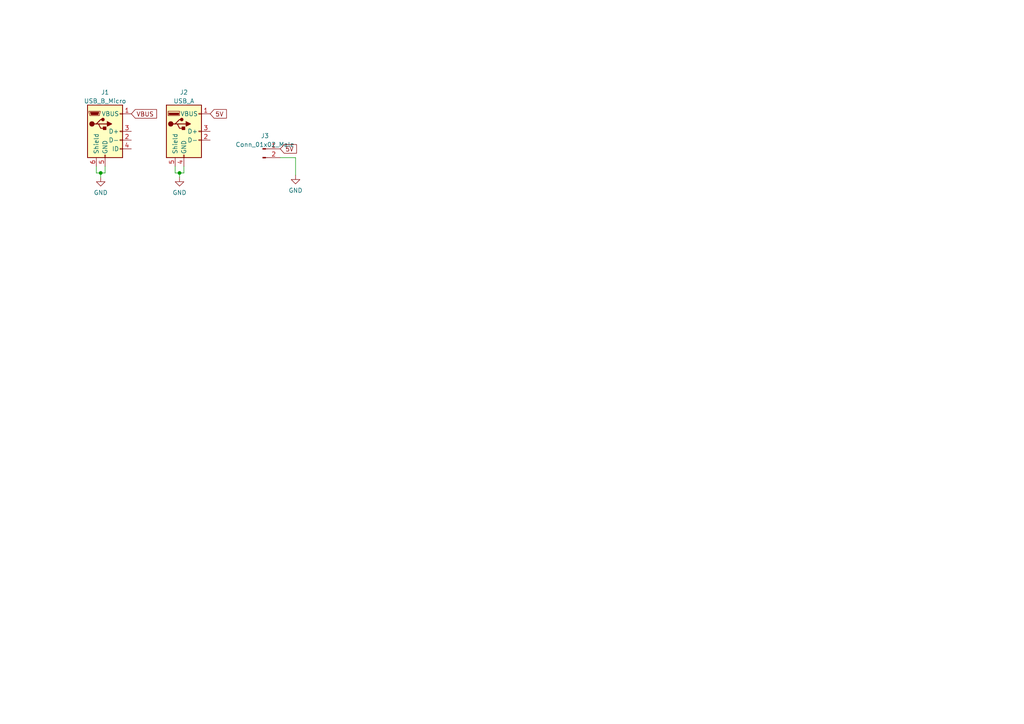
<source format=kicad_sch>
(kicad_sch (version 20211123) (generator eeschema)
  (paper "A4")
  (lib_symbols
    (symbol "Connector:Conn_01x02_Male" (pin_names (offset 1.016) hide)
      (property "Reference" "J" (at 0 2.54 0))
      (property "Value" "Conn_01x02_Male" (at 0 -5.08 0))
      (symbol "Conn_01x02_Male_1_1"
        (polyline (pts (xy 1.27 -2.54) (xy 0.8636 -2.54)) (stroke (width 0.1524)))
        (polyline (pts (xy 1.27 0) (xy 0.8636 0)) (stroke (width 0.1524)))
        (rectangle (start 0.8636 -2.413) (end 0 -2.667) (stroke (width 0.1524)) (fill (type outline)))
        (rectangle (start 0.8636 0.127) (end 0 -0.127) (stroke (width 0.1524)) (fill (type outline)))
        (pin passive line (at 5.08 0 180) (length 3.81) (name "Pin_1") (number "1"))
        (pin passive line (at 5.08 -2.54 180) (length 3.81) (name "Pin_2") (number "2"))
      )
    )
    (symbol "Connector:USB_A" (pin_names (offset 1.016))
      (property "Reference" "J" (at -5.08 11.43 0))
      (property "Value" "USB_A" (at -5.08 8.89 0))
      (symbol "USB_A_0_1"
        (rectangle (start -5.08 -7.62) (end 5.08 7.62) (stroke (width 0.254)) (fill (type background)))
        (circle (center -3.81 2.159) (radius 0.635) (stroke (width 0.254)) (fill (type outline)))
        (rectangle (start -1.524 4.826) (end -4.318 5.334) (fill (type outline)))
        (rectangle (start -1.27 4.572) (end -4.572 5.842))
        (circle (center -0.635 3.429) (radius 0.381) (stroke (width 0.254)) (fill (type outline)))
        (rectangle (start -0.127 -7.62) (end 0.127 -6.858))
        (polyline (pts (xy -3.175 2.159) (xy -2.54 2.159) (xy -1.27 3.429) (xy -0.635 3.429)) (stroke (width 0.254)))
        (polyline (pts (xy -2.54 2.159) (xy -1.905 2.159) (xy -1.27 0.889) (xy 0 0.889)) (stroke (width 0.254)))
        (polyline (pts (xy 0.635 2.794) (xy 0.635 1.524) (xy 1.905 2.159) (xy 0.635 2.794)) (stroke (width 0.254)) (fill (type outline)))
        (rectangle (start 0.254 1.27) (end -0.508 0.508) (stroke (width 0.254)) (fill (type outline)))
        (rectangle (start 5.08 -2.667) (end 4.318 -2.413))
        (rectangle (start 5.08 -0.127) (end 4.318 0.127))
        (rectangle (start 5.08 4.953) (end 4.318 5.207))
      )
      (symbol "USB_A_1_1"
        (polyline (pts (xy -1.905 2.159) (xy 0.635 2.159)) (stroke (width 0.254)))
        (pin power_in line (at 7.62 5.08 180) (length 2.54) (name "VBUS") (number "1"))
        (pin bidirectional line (at 7.62 -2.54 180) (length 2.54) (name "D-") (number "2"))
        (pin bidirectional line (at 7.62 0 180) (length 2.54) (name "D+") (number "3"))
        (pin power_in line (at 0 -10.16 90) (length 2.54) (name "GND") (number "4"))
        (pin passive line (at -2.54 -10.16 90) (length 2.54) (name "Shield") (number "5"))
      )
    )
    (symbol "Connector:USB_B_Micro" (pin_names (offset 1.016))
      (property "Reference" "J" (at -5.08 11.43 0))
      (property "Value" "USB_B_Micro" (at -5.08 8.89 0))
      (symbol "USB_B_Micro_0_1"
        (rectangle (start -5.08 -7.62) (end 5.08 7.62) (stroke (width 0.254)) (fill (type background)))
        (circle (center -3.81 2.159) (radius 0.635) (stroke (width 0.254)) (fill (type outline)))
        (circle (center -0.635 3.429) (radius 0.381) (stroke (width 0.254)) (fill (type outline)))
        (rectangle (start -0.127 -7.62) (end 0.127 -6.858))
        (polyline (pts (xy -1.905 2.159) (xy 0.635 2.159)) (stroke (width 0.254)))
        (polyline (pts (xy -3.175 2.159) (xy -2.54 2.159) (xy -1.27 3.429) (xy -0.635 3.429)) (stroke (width 0.254)))
        (polyline (pts (xy -2.54 2.159) (xy -1.905 2.159) (xy -1.27 0.889) (xy 0 0.889)) (stroke (width 0.254)))
        (polyline (pts (xy 0.635 2.794) (xy 0.635 1.524) (xy 1.905 2.159) (xy 0.635 2.794)) (stroke (width 0.254)) (fill (type outline)))
        (polyline (pts (xy -4.318 5.588) (xy -1.778 5.588) (xy -2.032 4.826) (xy -4.064 4.826) (xy -4.318 5.588)) (fill (type outline)))
        (polyline (pts (xy -4.699 5.842) (xy -4.699 5.588) (xy -4.445 4.826) (xy -4.445 4.572) (xy -1.651 4.572) (xy -1.651 4.826) (xy -1.397 5.588) (xy -1.397 5.842) (xy -4.699 5.842)))
        (rectangle (start 0.254 1.27) (end -0.508 0.508) (stroke (width 0.254)) (fill (type outline)))
        (rectangle (start 5.08 -5.207) (end 4.318 -4.953))
        (rectangle (start 5.08 -2.667) (end 4.318 -2.413))
        (rectangle (start 5.08 -0.127) (end 4.318 0.127))
        (rectangle (start 5.08 4.953) (end 4.318 5.207))
      )
      (symbol "USB_B_Micro_1_1"
        (pin power_out line (at 7.62 5.08 180) (length 2.54) (name "VBUS") (number "1"))
        (pin bidirectional line (at 7.62 -2.54 180) (length 2.54) (name "D-") (number "2"))
        (pin bidirectional line (at 7.62 0 180) (length 2.54) (name "D+") (number "3"))
        (pin passive line (at 7.62 -5.08 180) (length 2.54) (name "ID") (number "4"))
        (pin power_out line (at 0 -10.16 90) (length 2.54) (name "GND") (number "5"))
        (pin passive line (at -2.54 -10.16 90) (length 2.54) (name "Shield") (number "6"))
      )
    )
    (symbol "power:GND" (power) (pin_names (offset 0))
      (property "Value" "GND" (at 0 -3.81 0))
      (symbol "GND_0_1"
        (polyline (pts (xy 0 0) (xy 0 -1.27) (xy 1.27 -1.27) (xy 0 -2.54) (xy -1.27 -1.27) (xy 0 -1.27)))
      )
      (symbol "GND_1_1"
        (pin power_in line (at 0 0 270) (length 0) hide (name "GND") (number "1"))
      )
    )
  )
  (junction (at 52.07 50.165))
  (junction (at 29.21 50.165))
  (wire (pts (xy 29.21 50.165) (xy 30.48 50.165)))
  (wire (pts (xy 50.8 50.165) (xy 52.07 50.165)))
  (wire (pts (xy 29.21 50.165) (xy 29.21 51.435)))
  (wire (pts (xy 85.725 45.72) (xy 81.28 45.72)))
  (wire (pts (xy 50.8 48.26) (xy 50.8 50.165)))
  (wire (pts (xy 27.94 50.165) (xy 29.21 50.165)))
  (wire (pts (xy 30.48 50.165) (xy 30.48 48.26)))
  (wire (pts (xy 85.725 50.8) (xy 85.725 45.72)))
  (wire (pts (xy 27.94 48.26) (xy 27.94 50.165)))
  (wire (pts (xy 52.07 50.165) (xy 52.07 51.435)))
  (wire (pts (xy 53.34 50.165) (xy 53.34 48.26)))
  (wire (pts (xy 52.07 50.165) (xy 53.34 50.165)))
  (global_label "VBUS" (shape input) (at 38.1 33.02 0) (property "Intersheet References" "${INTERSHEET_REFS}" (effects hide)))
  (global_label "5V" (shape input) (at 60.96 33.02 0) (property "Intersheet References" "${INTERSHEET_REFS}" (effects hide)))
  (global_label "5V" (shape input) (at 81.28 43.18 0) (property "Intersheet References" "${INTERSHEET_REFS}" (effects hide)))
  (symbol (lib_id "power:GND") (at 29.21 51.435 0) (unit 1)
    (property "Reference" "#PWR0102" (effects hide))
    (property "Value" "GND" (at 29.21 55.8784 0))
  )
  (symbol (lib_id "Connector:USB_B_Micro") (at 30.48 38.1 0) (unit 1)
    (property "Reference" "J1" (at 30.48 26.7802 0))
    (property "Value" "USB_B_Micro" (at 30.48 29.3171 0))
    (property "Footprint" "Connector_USB:USB_Micro-B_Amphenol_10118194_Horizontal" (effects hide))
  )
  (symbol (lib_id "Connector:USB_A") (at 53.34 38.1 0) (unit 1)
    (property "Reference" "J2" (at 53.34 26.7802 0))
    (property "Value" "USB_A" (at 53.34 29.3171 0))
    (property "Footprint" "Library:USB-A1HS" (effects hide))
    (property "Datasheet" " ~" (effects hide))
  )
  (symbol (lib_id "power:GND") (at 52.07 51.435 0) (unit 1)
    (property "Reference" "#PWR0103" (effects hide))
    (property "Value" "GND" (at 52.07 55.8784 0))
  )
  (symbol (lib_id "power:GND") (at 85.725 50.8 0) (unit 1)
    (property "Reference" "#PWR0106" (effects hide))
    (property "Value" "GND" (at 85.725 55.2434 0))
  )
  (symbol (lib_id "Connector:Conn_01x02_Male") (at 76.2 43.18 0) (unit 1)
    (property "Reference" "J3" (at 76.835 39.404 0))
    (property "Value" "Conn_01x02_Male" (at 76.835 41.9409 0))
    (property "Footprint" "Connector_PinHeader_2.54mm:PinHeader_1x02_P2.54mm_Vertical" (effects hide))
  )
)
</source>
